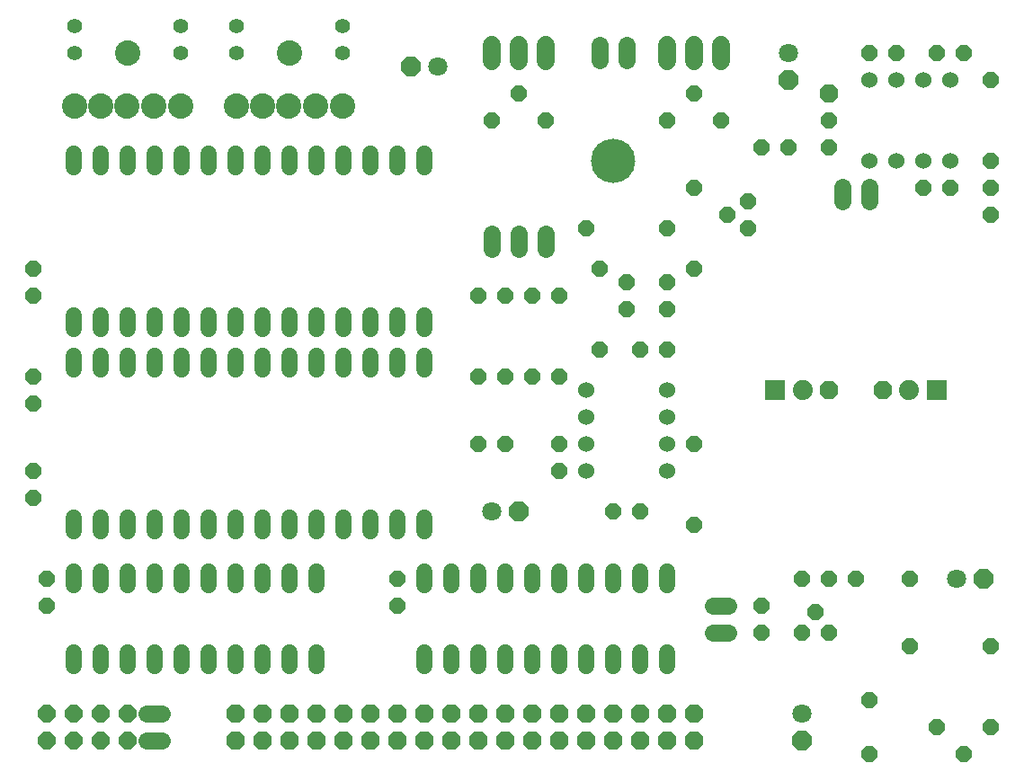
<source format=gts>
G04 EAGLE Gerber RS-274X export*
G75*
%MOMM*%
%FSLAX34Y34*%
%LPD*%
%INSoldermask Top*%
%IPPOS*%
%AMOC8*
5,1,8,0,0,1.08239X$1,22.5*%
G01*
%ADD10P,1.649562X8X292.500000*%
%ADD11P,1.951982X8X22.500000*%
%ADD12C,1.803400*%
%ADD13P,1.649562X8X202.500000*%
%ADD14C,1.524000*%
%ADD15P,1.649562X8X22.500000*%
%ADD16P,1.649562X8X112.500000*%
%ADD17C,1.625600*%
%ADD18C,2.387600*%
%ADD19C,1.403200*%
%ADD20P,1.869504X8X22.500000*%
%ADD21P,1.951982X8X292.500000*%
%ADD22P,1.951982X8X202.500000*%
%ADD23C,4.165600*%
%ADD24P,1.869504X8X202.500000*%
%ADD25C,1.727200*%
%ADD26R,1.917700X1.917700*%
%ADD27C,1.879600*%
%ADD28P,1.759533X8X22.500000*%
%ADD29C,1.524000*%


D10*
X355600Y203200D03*
X355600Y177800D03*
D11*
X469900Y266700D03*
D12*
X444500Y266700D03*
D13*
X444754Y635000D03*
X495046Y635000D03*
X469900Y660400D03*
X723900Y609600D03*
X698500Y609600D03*
D14*
X800100Y596900D03*
X825500Y596900D03*
X825500Y673100D03*
X800100Y673100D03*
X850900Y596900D03*
X876300Y596900D03*
X850900Y673100D03*
X876300Y673100D03*
D13*
X825500Y698500D03*
X800100Y698500D03*
D10*
X762000Y635000D03*
X762000Y609600D03*
D15*
X863600Y698500D03*
X889000Y698500D03*
D16*
X914400Y596900D03*
X914400Y673100D03*
D10*
X914400Y571500D03*
X914400Y546100D03*
D17*
X571500Y691388D02*
X571500Y705612D01*
X546100Y705612D02*
X546100Y691388D01*
D18*
X254000Y698500D03*
X279000Y648500D03*
X304000Y648500D03*
X229000Y648500D03*
X204000Y648500D03*
D19*
X304000Y698500D03*
X304000Y723500D03*
X204000Y723500D03*
X204000Y698500D03*
D18*
X253600Y648500D03*
D20*
X762000Y660400D03*
D21*
X736600Y50800D03*
D12*
X736600Y76200D03*
D10*
X800100Y88900D03*
X800100Y38100D03*
D18*
X101600Y698500D03*
X126600Y648500D03*
X151600Y648500D03*
X76600Y648500D03*
X51600Y648500D03*
D19*
X151600Y698500D03*
X151600Y723500D03*
X51600Y723500D03*
X51600Y698500D03*
D18*
X101200Y648500D03*
D10*
X635000Y330200D03*
X635000Y254000D03*
D13*
X584200Y266700D03*
X558800Y266700D03*
D14*
X533400Y381000D03*
X533400Y355600D03*
X609600Y355600D03*
X609600Y381000D03*
X533400Y330200D03*
X533400Y304800D03*
X609600Y330200D03*
X609600Y304800D03*
D10*
X571500Y482600D03*
X571500Y457200D03*
D16*
X546100Y419100D03*
X546100Y495300D03*
X609600Y457200D03*
X609600Y482600D03*
D13*
X609600Y419100D03*
X584200Y419100D03*
D10*
X457200Y469900D03*
X457200Y393700D03*
X508000Y330200D03*
X508000Y304800D03*
D22*
X368300Y685800D03*
D12*
X393700Y685800D03*
D15*
X533400Y533400D03*
X609600Y533400D03*
X850900Y571500D03*
X876300Y571500D03*
D23*
X558800Y596900D03*
D24*
X635000Y76200D03*
X609600Y76200D03*
X584200Y76200D03*
X558800Y76200D03*
X533400Y76200D03*
X508000Y76200D03*
X635000Y50800D03*
X609600Y50800D03*
X584200Y50800D03*
X558800Y50800D03*
X533400Y50800D03*
X508000Y50800D03*
X482600Y76200D03*
X482600Y50800D03*
X457200Y76200D03*
X431800Y76200D03*
X406400Y76200D03*
X381000Y76200D03*
X355600Y76200D03*
X330200Y76200D03*
X457200Y50800D03*
X431800Y50800D03*
X406400Y50800D03*
X381000Y50800D03*
X355600Y50800D03*
X330200Y50800D03*
X304800Y76200D03*
X304800Y50800D03*
X279400Y76200D03*
X254000Y76200D03*
X228600Y76200D03*
X203200Y76200D03*
X279400Y50800D03*
X254000Y50800D03*
X228600Y50800D03*
X203200Y50800D03*
D25*
X495300Y690880D02*
X495300Y706120D01*
X469900Y706120D02*
X469900Y690880D01*
X444500Y690880D02*
X444500Y706120D01*
D15*
X914146Y63500D03*
X863854Y63500D03*
X889000Y38100D03*
D26*
X711200Y381000D03*
X863600Y381000D03*
D27*
X737400Y381000D03*
X837400Y381000D03*
D20*
X812800Y381000D03*
X762000Y381000D03*
D11*
X908050Y203200D03*
D12*
X882650Y203200D03*
D13*
X914400Y139700D03*
X838200Y139700D03*
D16*
X685800Y558800D03*
X666750Y546100D03*
X685800Y533400D03*
D10*
X635000Y571500D03*
X635000Y495300D03*
D28*
X76200Y50800D03*
X76200Y76200D03*
X101600Y50800D03*
X101600Y76200D03*
D21*
X723900Y673100D03*
D12*
X723900Y698500D03*
D28*
X25400Y50800D03*
X25400Y76200D03*
X50800Y50800D03*
X50800Y76200D03*
D17*
X653288Y152400D02*
X667512Y152400D01*
X667512Y177800D02*
X653288Y177800D01*
D16*
X508000Y393700D03*
X508000Y469900D03*
D10*
X482600Y469900D03*
X482600Y393700D03*
D29*
X50800Y260604D02*
X50800Y247396D01*
X76200Y247396D02*
X76200Y260604D01*
X101600Y260604D02*
X101600Y247396D01*
X127000Y247396D02*
X127000Y260604D01*
X152400Y260604D02*
X152400Y247396D01*
X177800Y247396D02*
X177800Y260604D01*
X203200Y260604D02*
X203200Y247396D01*
X228600Y247396D02*
X228600Y260604D01*
X254000Y260604D02*
X254000Y247396D01*
X279400Y247396D02*
X279400Y260604D01*
X304800Y260604D02*
X304800Y247396D01*
X330200Y247396D02*
X330200Y260604D01*
X355600Y260604D02*
X355600Y247396D01*
X381000Y247396D02*
X381000Y260604D01*
X381000Y399796D02*
X381000Y413004D01*
X355600Y413004D02*
X355600Y399796D01*
X330200Y399796D02*
X330200Y413004D01*
X304800Y413004D02*
X304800Y399796D01*
X279400Y399796D02*
X279400Y413004D01*
X254000Y413004D02*
X254000Y399796D01*
X228600Y399796D02*
X228600Y413004D01*
X203200Y413004D02*
X203200Y399796D01*
X177800Y399796D02*
X177800Y413004D01*
X152400Y413004D02*
X152400Y399796D01*
X127000Y399796D02*
X127000Y413004D01*
X101600Y413004D02*
X101600Y399796D01*
X76200Y399796D02*
X76200Y413004D01*
X50800Y413004D02*
X50800Y399796D01*
X50800Y437896D02*
X50800Y451104D01*
X76200Y451104D02*
X76200Y437896D01*
X101600Y437896D02*
X101600Y451104D01*
X127000Y451104D02*
X127000Y437896D01*
X152400Y437896D02*
X152400Y451104D01*
X177800Y451104D02*
X177800Y437896D01*
X203200Y437896D02*
X203200Y451104D01*
X228600Y451104D02*
X228600Y437896D01*
X254000Y437896D02*
X254000Y451104D01*
X279400Y451104D02*
X279400Y437896D01*
X304800Y437896D02*
X304800Y451104D01*
X330200Y451104D02*
X330200Y437896D01*
X355600Y437896D02*
X355600Y451104D01*
X381000Y451104D02*
X381000Y437896D01*
X381000Y590296D02*
X381000Y603504D01*
X355600Y603504D02*
X355600Y590296D01*
X330200Y590296D02*
X330200Y603504D01*
X304800Y603504D02*
X304800Y590296D01*
X279400Y590296D02*
X279400Y603504D01*
X254000Y603504D02*
X254000Y590296D01*
X228600Y590296D02*
X228600Y603504D01*
X203200Y603504D02*
X203200Y590296D01*
X177800Y590296D02*
X177800Y603504D01*
X152400Y603504D02*
X152400Y590296D01*
X127000Y590296D02*
X127000Y603504D01*
X101600Y603504D02*
X101600Y590296D01*
X76200Y590296D02*
X76200Y603504D01*
X50800Y603504D02*
X50800Y590296D01*
X50800Y133604D02*
X50800Y120396D01*
X76200Y120396D02*
X76200Y133604D01*
X203200Y133604D02*
X203200Y120396D01*
X228600Y120396D02*
X228600Y133604D01*
X101600Y133604D02*
X101600Y120396D01*
X127000Y120396D02*
X127000Y133604D01*
X177800Y133604D02*
X177800Y120396D01*
X152400Y120396D02*
X152400Y133604D01*
X254000Y133604D02*
X254000Y120396D01*
X279400Y120396D02*
X279400Y133604D01*
X279400Y196596D02*
X279400Y209804D01*
X254000Y209804D02*
X254000Y196596D01*
X228600Y196596D02*
X228600Y209804D01*
X203200Y209804D02*
X203200Y196596D01*
X177800Y196596D02*
X177800Y209804D01*
X152400Y209804D02*
X152400Y196596D01*
X127000Y196596D02*
X127000Y209804D01*
X101600Y209804D02*
X101600Y196596D01*
X76200Y196596D02*
X76200Y209804D01*
X50800Y209804D02*
X50800Y196596D01*
X381000Y133604D02*
X381000Y120396D01*
X406400Y120396D02*
X406400Y133604D01*
X431800Y133604D02*
X431800Y120396D01*
X457200Y120396D02*
X457200Y133604D01*
X482600Y133604D02*
X482600Y120396D01*
X508000Y120396D02*
X508000Y133604D01*
X533400Y133604D02*
X533400Y120396D01*
X558800Y120396D02*
X558800Y133604D01*
X584200Y133604D02*
X584200Y120396D01*
X609600Y120396D02*
X609600Y133604D01*
X609600Y196596D02*
X609600Y209804D01*
X584200Y209804D02*
X584200Y196596D01*
X558800Y196596D02*
X558800Y209804D01*
X533400Y209804D02*
X533400Y196596D01*
X508000Y196596D02*
X508000Y209804D01*
X482600Y209804D02*
X482600Y196596D01*
X457200Y196596D02*
X457200Y209804D01*
X431800Y209804D02*
X431800Y196596D01*
X406400Y196596D02*
X406400Y209804D01*
X381000Y209804D02*
X381000Y196596D01*
D17*
X444500Y513588D02*
X444500Y527812D01*
X469900Y527812D02*
X469900Y513588D01*
X495300Y513588D02*
X495300Y527812D01*
D15*
X736600Y152400D03*
X749300Y171450D03*
X762000Y152400D03*
X736600Y203200D03*
X762000Y203200D03*
D10*
X12700Y304800D03*
X12700Y279400D03*
X12700Y495300D03*
X12700Y469900D03*
D13*
X609854Y635000D03*
X660146Y635000D03*
X635000Y660400D03*
D16*
X431800Y393700D03*
X431800Y469900D03*
D15*
X431800Y330200D03*
X457200Y330200D03*
D17*
X134112Y50800D02*
X119888Y50800D01*
X119888Y76200D02*
X134112Y76200D01*
D16*
X698500Y152400D03*
X698500Y177800D03*
D10*
X25400Y203200D03*
X25400Y177800D03*
D25*
X609600Y690880D02*
X609600Y706120D01*
X635000Y706120D02*
X635000Y690880D01*
X660400Y690880D02*
X660400Y706120D01*
D16*
X12700Y368300D03*
X12700Y393700D03*
D17*
X800100Y558038D02*
X800100Y572262D01*
X774700Y572262D02*
X774700Y558038D01*
D13*
X838200Y203200D03*
X787400Y203200D03*
M02*

</source>
